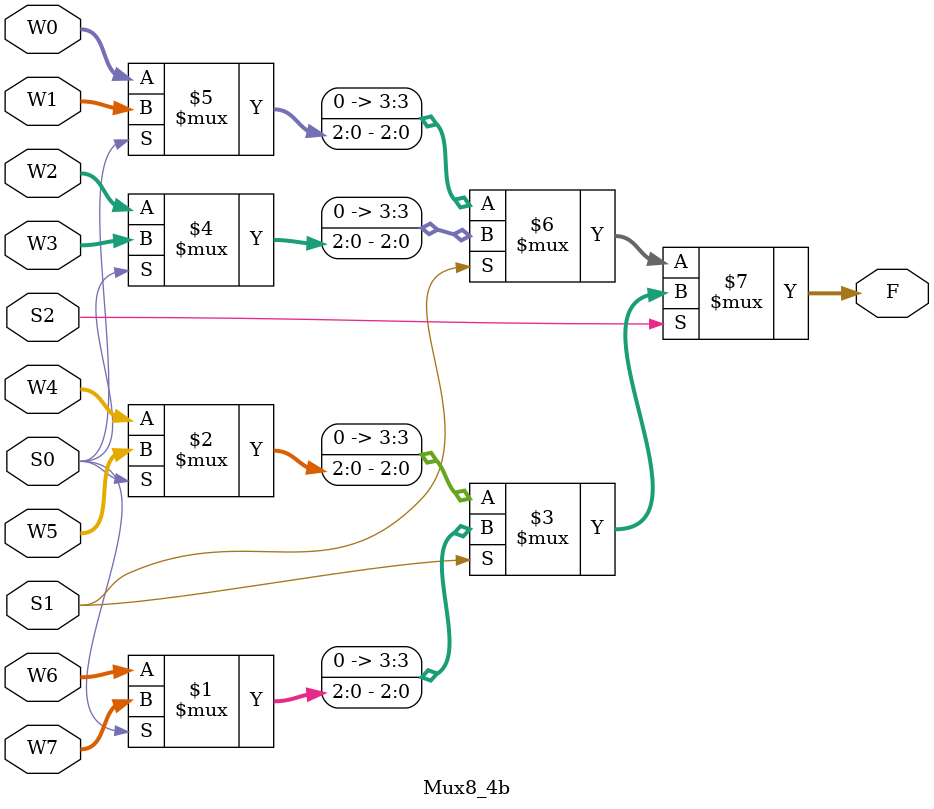
<source format=v>
module Mux8_4b (S2,S1,S0,W0,W1,W2,W3,W4,W5,W6,W7,F);
	input [2:0] W0,W1,W2,W3,W4,W5,W6,W7;
	input S2,S1,S0;
	output [3:0] F;
	
	assign F = S2 ? (S1 ? (S0?W7:W6):(S0?W5:W4)):(S1 ? (S0?W3:W2):(S0?W1:W0));
	
endmodule
			
</source>
